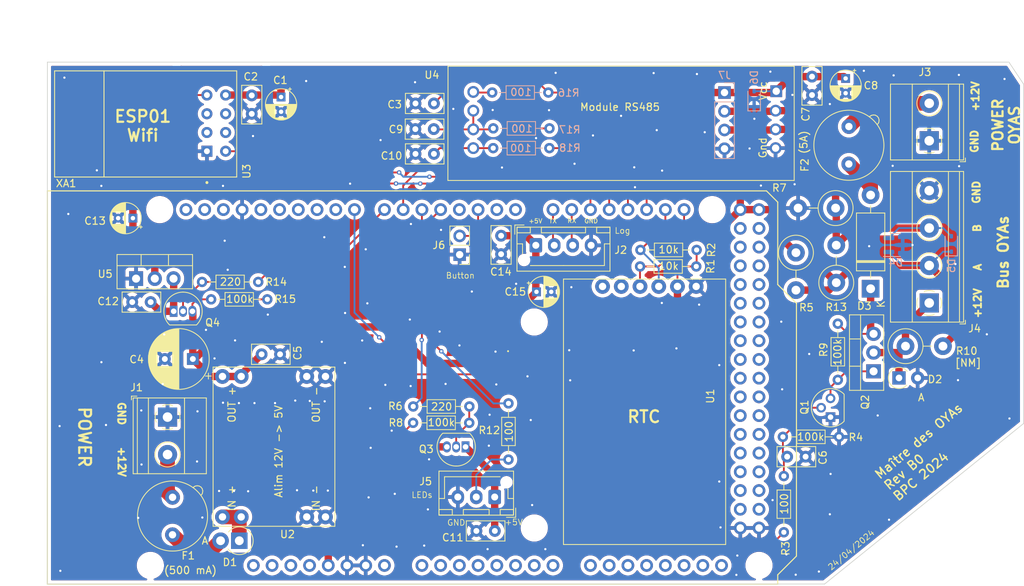
<source format=kicad_pcb>
(kicad_pcb (version 20221018) (generator pcbnew)
  (title_block (title "Commande des OYAs - Maître RS485 - \"Maître des OYAs\"") (date "2024-04-24") (rev "B0") (company "BPC") (comment 1 "Extension Wifi (ESP01)") (comment 2 "Interface LEDs RGB - Bouton - Bus RS485") (comment 3 "Alim 12V - Sortie 12 V pilotable - Bus RS485"))
  (layers (0 "F.Cu" signal) (31 "B.Cu" signal) (34 "B.Paste" user) (35 "F.Paste" user) (36 "B.SilkS" user "B.Silkscreen") (37 "F.SilkS" user "F.Silkscreen") (38 "B.Mask" user) (39 "F.Mask" user) (44 "Edge.Cuts" user))
  (net 0 "")
  (net 1 "+5V")
  (net 2 "GND")
  (net 3 "Net-(J1-Pin_2)")
  (net 4 "Net-(C6-Pad1)")
  (net 5 "Net-(D3-K)")
  (net 6 "Net-(J5-Pin_1)")
  (net 7 "Net-(J5-Pin_2)")
  (net 8 "Net-(D3-A)")
  (net 9 "Net-(Q2-G)")
  (net 10 "Net-(Q3-B)")
  (net 11 "SCL")
  (net 12 "SDA")
  (net 13 "CMD_OYAS_PWR")
  (net 14 "CMD_LEDS_PWR")
  (net 15 "DATA_LEDS")
  (net 18 "RS485_TX")
  (net 19 "TX_EN")
  (net 20 "RS485_RX")
  (net 21 "A")
  (net 22 "B")
  (net 24 "Net-(U4-DE)")
  (net 25 "Net-(U4-DI)")
  (net 26 "TEST_BTN")
  (net 27 "Net-(U4-RO)")
  (net 47 "Net-(Q4-C)")
  (net 49 "TX_LOG")
  (net 50 "RX_LOG")
  (net 88 "Net-(D1-A)")
  (net 89 "Net-(D2-K)")
  (net 90 "Net-(D1-K)")
  (net 96 "Net-(J3-Pin_2)")
  (net 97 "POWER_3.3")
  (net 98 "Net-(Q4-B)")
  (net 99 "CMD_WIFI_PWR")
  (net 100 "RX_WIFI")
  (net 103 "TX_WIFI")
  (footprint "TerminalBlock_Phoenix:TerminalBlock_Phoenix_MKDS-1,5-2-5.08_1x02_P5.08mm_Horizontal" (layer "F.Cu") (at 90.88 97.14 -90)
    (fp_text reference "J1")
    (fp_text value "POWER_12V")
  )
  (footprint "Capacitor_THT:C_Disc_D5.0mm_W2.5mm_P2.50mm" (layer "F.Cu") (at 174.92 102.51)
    (fp_text reference "C6")
    (fp_text value "100nF")
  )
  (footprint "Resistor_THT:R_Axial_DIN0204_L3.6mm_D1.6mm_P7.62mm_Horizontal" (layer "F.Cu") (at 96.79 81.17)
    (fp_text reference "R15")
    (fp_text value "100k")
  )
  (footprint "Resistor_THT:R_Axial_DIN0204_L3.6mm_D1.6mm_P7.62mm_Horizontal" (layer "F.Cu") (at 103.18 78.81 180)
    (fp_text reference "R14")
    (fp_text value "220")
  )
  (footprint "Package_TO_SOT_THT:TO-92_Inline" (layer "F.Cu") (at 131.3 101.18 180)
    (fp_text reference "Q3")
    (fp_text value "BC327")
  )
  (footprint "Capacitor_THT:C_Disc_D5.0mm_W2.5mm_P2.50mm" (layer "F.Cu") (at 88.59 81.54 180)
    (fp_text reference "C12")
    (fp_text value "100nF")
  )
  (footprint "Resistor_THT:R_Axial_DIN0204_L3.6mm_D1.6mm_P7.62mm_Horizontal" (layer "F.Cu") (at 174.47 105.14 -90)
    (fp_text reference "R3")
    (fp_text value "100")
  )
  (footprint "bpc:BPC_Mod485" (layer "F.Cu") (at 173.35 53.04 -90)
    (fp_text reference "U4")
    (fp_text value "BPC_Mod485" hide)
  )
  (footprint "Capacitor_THT:CP_Radial_D8.0mm_P3.80mm" (layer "F.Cu") (at 94.31 89.26 180)
    (fp_text reference "C4")
    (fp_text value "100µF")
  )
  (footprint "Package_TO_SOT_THT:TO-220-3_Vertical" (layer "F.Cu") (at 86.61 78.36)
    (fp_text reference "U5")
    (fp_text value "LM1117DT-3.3")
  )
  (footprint "Diode_THT:D_A-405_P2.54mm_Vertical_AnodeUp" (layer "F.Cu") (at 190.085 91.83)
    (fp_text reference "D2")
    (fp_text value "BAT42")
  )
  (footprint "Diode_THT:D_DO-15_P12.70mm_Horizontal" (layer "F.Cu") (at 186.24 79.73 90)
    (fp_text reference "D3")
    (fp_text value "SR560")
  )
  (footprint "Capacitor_THT:C_Disc_D5.0mm_W2.5mm_P2.50mm" (layer "F.Cu") (at 102.3 53.51 -90)
    (fp_text reference "C2")
    (fp_text value "100nF")
  )
  (footprint "bpc:BPC_Alim5V" (layer "F.Cu") (at 98.33 110.68 90)
    (fp_text reference "U2")
    (fp_text value "BPC_Alim5V" hide)
  )
  (footprint "bpc:BPC_RtcArduino" (layer "F.Cu") (at 162.58 79.42 -90)
    (fp_text reference "U1")
    (fp_text value "RtcArduino")
  )
  (footprint "Resistor_THT:R_Axial_DIN0414_L11.9mm_D4.5mm_P5.08mm_Vertical" (layer "F.Cu") (at 181.49 68.79 180)
    (fp_text reference "R7")
    (fp_text value "220")
  )
  (footprint "Capacitor_THT:C_Disc_D5.0mm_W2.5mm_P2.50mm" (layer "F.Cu") (at 135.27 112.58 180)
    (fp_text reference "C11")
    (fp_text value "100nF")
  )
  (footprint "Package_TO_SOT_THT:TO-92" (layer "F.Cu") (at 180.8 97.14 90)
    (fp_text reference "Q1")
    (fp_text value "BPC_2N2222A")
  )
  (footprint "Capacitor_THT:C_Disc_D5.0mm_W2.5mm_P2.50mm" (layer "F.Cu") (at 178.29 50.96 -90)
    (fp_text reference "C7")
    (fp_text value "100nF")
  )
  (footprint "Fuse:Fuseholder_TR5_Littelfuse_No560_No460" (layer "F.Cu") (at 183.28 62.81 90)
    (fp_text reference "F2")
    (fp_text value "5A")
  )
  (footprint "Diode_THT:D_DO-15_P2.54mm_Vertical_AnodeUp" (layer "F.Cu") (at 100.61 113.91 180)
    (fp_text reference "D1")
    (fp_text value "SR560")
  )
  (footprint "Package_TO_SOT_THT:TO-92_Inline" (layer "F.Cu") (at 91.71 82.79)
    (fp_text reference "Q4")
    (fp_text value "BC327")
  )
  (footprint "Resistor_THT:R_Axial_DIN0204_L3.6mm_D1.6mm_P7.62mm_Horizontal" (layer "F.Cu") (at 137.12 95.28 -90)
    (fp_text reference "R12")
    (fp_text value "100")
  )
  (footprint "Resistor_THT:R_Axial_DIN0204_L3.6mm_D1.6mm_P7.62mm_Horizontal" (layer "F.Cu") (at 181.79 84.47 -90)
    (fp_text reference "R9")
    (fp_text value "100k")
  )
  (footprint "Resistor_THT:R_Axial_DIN0204_L3.6mm_D1.6mm_P7.62mm_Horizontal" (layer "F.Cu") (at 162.64 74.47 180)
    (fp_text reference "R2")
    (fp_text value "10k")
  )
  (footprint "Package_TO_SOT_THT:TO-220-3_Vertical" (layer "F.Cu") (at 186.64 90.93 90)
    (fp_text reference "Q2")
    (fp_text value "P03P4L-04")
  )
  (footprint "bpc:BPC_Arduino_Mega2560_Shield" (layer "F.Cu") (at 74.58 119.8)
    (fp_text reference "XA1")
    (fp_text value "Arduino_Mega2560_Shield")
  )
  (footprint "Resistor_THT:R_Axial_DIN0414_L11.9mm_D4.5mm_P5.08mm_Vertical" (layer "F.Cu") (at 181.58 78.91 90)
    (fp_text reference "R13")
    (fp_text value "128")
  )
  (footprint "Capacitor_THT:CP_Radial_D4.0mm_P2.00mm" (layer "F.Cu") (at 106.28 53.727401 -90)
    (fp_text reference "C1")
    (fp_text value "10µF")
  )
  (footprint "Capacitor_THT:C_Disc_D5.0mm_W2.5mm_P2.50mm" (layer "F.Cu") (at 127.01 54.6 180)
    (fp_text reference "C3")
    (fp_text value "1nF")
  )
  (footprint "Resistor_THT:R_Axial_DIN0204_L3.6mm_D1.6mm_P7.62mm_Horizontal" (layer "F.Cu") (at 124.18 97.92)
    (fp_text reference "R8")
    (fp_text value "100k")
  )
  (footprint "bpc:BPC_XCVR_ESP8266-01_ESP-01" (layer "F.Cu") (at 87.91 57.27 90)
    (fp_text reference "U3")
    (fp_text value "BPC_ESP8266-01_ESP-01")
  )
  (footprint "Capacitor_THT:CP_Radial_D4.0mm_P2.00mm" (layer "F.Cu") (at 182.85 51.207401 -90)
    (fp_text reference "C8")
    (fp_text value "10µF")
  )
  (footprint "Capacitor_THT:C_Disc_D5.0mm_W2.5mm_P2.50mm" (layer "F.Cu") (at 136.12 72.54 -90)
    (fp_text reference "C14")
    (fp_text value "100nF")
  )
  (footprint "Capacitor_THT:C_Disc_D5.0mm_W2.5mm_P2.50mm" (layer "F.Cu") (at 103.64 88.62)
    (fp_text reference "C5")
    (fp_text value "100nF")
  )
  (footprint "TerminalBlock_Phoenix:TerminalBlock_Phoenix_MKDS-1,5-2-5.08_1x02_P5.08mm_Horizontal" (layer "F.Cu") (at 194.19 59.66 90)
    (fp_text reference "J3")
    (fp_text value "POWER_OYAS_12V")
  )
  (footprint "Resistor_THT:R_Axial_DIN0414_L11.9mm_D4.5mm_P5.08mm_Vertical" (layer "F.Cu") (at 176.11 74.84 -90)
    (fp_text reference "R5")
    (fp_text value "220")
  )
  (footprint "Connector_PinHeader_2.54mm:PinHeader_1x02_P2.54mm_Vertical" (layer "F.Cu") (at 130.5 75.105 180)
    (fp_text reference "J6")
    (fp_text value "Button")
  )
  (footprint "Capacitor_THT:C_Disc_D5.0mm_W2.5mm_P2.50mm" (layer "F.Cu") (at 126.99 58.08 180)
    (fp_text reference "C9")
    (fp_text value "1nF")
  )
  (footprint "Capacitor_THT:CP_Radial_D4.0mm_P2.00mm" (layer "F.Cu") (at 86.18 70.16 180)
    (fp_text reference "C13")
    (fp_text value "10µF")
  )
  (footprint "Capacitor_THT:C_Disc_D5.0mm_W2.5mm_P2.50mm" (layer "F.Cu") (at 127.01 61.44 180)
    (fp_text reference "C10")
    (fp_text value "1nF")
  )
  (footprint "Connector_JST:JST_XH_B3B-XH-AM_1x03_P2.50mm_Vertical" (layer "F.Cu") (at 135.25 107.98 180)
    (fp_text reference "J5")
    (fp_text value "Leds RGB")
  )
  (footprint "Resistor_THT:R_Axial_DIN0204_L3.6mm_D1.6mm_P7.62mm_Horizontal" (layer "F.Cu") (at 162.59 76.71 180)
    (fp_text reference "R1")
    (fp_text value "10k")
  )
  (footprint "Capacitor_THT:CP_Radial_D4.0mm_P2.00mm" (layer "F.Cu") (at 140.92 80.15)
    (fp_text reference "C15")
    (fp_text value "10µF")
  )
  (footprint "Connector_JST:JST_XH_B4B-XH-AM_1x04_P2.50mm_Vertical" (layer "F.Cu") (at 140.83 73.84)
    (fp_text reference "J2")
    (fp_text value "Log")
  )
  (footprint "Resistor_THT:R_Axial_DIN0414_L11.9mm_D4.5mm_P5.08mm_Vertical" (layer "F.Cu") (at 190.97 87.52)
    (fp_text reference "R10")
    (fp_text value "R")
  )
  (footprint "TerminalBlock_Phoenix:TerminalBlock_Phoenix_MKDS-1,5-4-5.08_1x04_P5.08mm_Horizontal" (layer "F.Cu") (at 194.19 81.66 90)
    (fp_text reference "J4")
    (fp_text value "BUS_OYAS")
  )
  (footprint "Resistor_THT:R_Axial_DIN0204_L3.6mm_D1.6mm_P7.62mm_Horizontal" (layer "F.Cu") (at 174.34 99.82)
    (fp_text reference "R4")
    (fp_text value "100k")
  )
  (footprint "Fuse:Fuseholder_TR5_Littelfuse_No560_No460" (layer "F.Cu") (at 91.55 113.1 90)
    (fp_text reference "F1")
    (fp_text value "500 mA")
  )
  (footprint "Resistor_THT:R_Axial_DIN0204_L3.6mm_D1.6mm_P7.62mm_Horizontal" (layer "F.Cu") (at 124.2 95.7)
    (fp_text reference "R6")
    (fp_text value "220")
  )
  (footprint "Resistor_THT:R_Axial_DIN0204_L3.6mm_D1.6mm_P7.62mm_Horizontal" (layer "B.Cu") (at 134.91 53.12)
    (fp_text reference "R16")
    (fp_text value "100")
  )
  (footprint "Connector_PinHeader_2.54mm:PinHeader_1x04_P2.54mm_Vertical" (layer "B.Cu") (at 166.42 53.12 180)
    (fp_text reference "J7")
    (fp_text value "Adapt BUS")
  )
  (footprint "Resistor_THT:R_Axial_DIN0204_L3.6mm_D1.6mm_P7.62mm_Horizontal" (layer "B.Cu") (at 135.06 57.98)
    (fp_text reference "R17")
    (fp_text value "100")
  )
  (footprint "Package_TO_SOT_SMD:SOT-23" (layer "B.Cu") (at 189.6525 73.8)
    (fp_text reference "D4")
    (fp_text value "SM712_SOT23")
  )
  (footprint "Diode_SMD:D_SOD-323" (layer "B.Cu") (at 170.44 53.99 90)
    (fp_text reference "D6")
    (fp_text value "SD12_SOD323")
  )
  (footprint "Resistor_THT:R_Axial_DIN0204_L3.6mm_D1.6mm_P7.62mm_Horizontal" (layer "B.Cu") (at 135.05 60.66)
    (fp_text reference "R18")
    (fp_text value "100")
  )
  (footprint "Diode_SMD:D_SOD-323" (layer "B.Cu") (at 197.19 73.66 90)
    (fp_text reference "D5")
    (fp_text value "SD12_SOD323")
  )
  (gr_line (start 74.57 119.78) (end 74.58 49) (stroke (width 0.1)) (layer "Edge.Cuts"))
  (gr_line (start 180 119.78) (end 207 98) (stroke (width 0.1)) (layer "Edge.Cuts"))
  (gr_line (start 207 52) (end 205 49) (stroke (width 0.1)) (layer "Edge.Cuts"))
  (gr_line (start 207 52) (end 207 98) (stroke (width 0.1)) (layer "Edge.Cuts"))
  (gr_line (start 74.58 49) (end 205 49) (stroke (width 0.1)) (layer "Edge.Cuts"))
  (gr_line (start 74.57 119.78) (end 180 119.78) (stroke (width 0.1)) (layer "Edge.Cuts"))
  (gr_text "RX" (at 145.07 70.86) (layer "F.SilkS") (effects (font (size 0.6 0.6) (thickness 0.1)) (justify left bottom)))
  (gr_text "POWER" (at 78.69 99.84 270) (layer "F.SilkS") (effects (font (size 1.6 1.6) (thickness 0.3) bold) (justify bottom)))
  (gr_text "GND" (at 128.75 111.92) (layer "F.SilkS") (effects (font (size 0.8 0.8) (thickness 0.1)) (justify left bottom)))
  (gr_text "[NM]" (at 199.47 89.78) (layer "F.SilkS") (effects (font (size 1 1))))
  (gr_text "ESP01\nWifi" (at 87.53 59.87) (layer "F.SilkS") (effects (font (size 1.6 1.6) (thickness 0.3) bold) (justify bottom)))
  (gr_text "RTC" (at 155.49 98.03) (layer "F.SilkS") (effects (font (size 1.6 1.6) (thickness 0.3) bold) (justify bottom)))
  (gr_text "GND" (at 201.17 68.33 90) (layer "F.SilkS") (effects (font (size 1 1) (thickness 0.25) bold) (justify left bottom)))
  (gr_text "GND" (at 84.05 94.98 -90) (layer "F.SilkS") (effects (font (size 1 1) (thickness 0.25) bold) (justify left bottom)))
  (gr_text "B" (at 201.28 72.17 90) (layer "F.SilkS") (effects (font (size 1 1) (thickness 0.25) bold) (justify left bottom)))
  (gr_text "TX" (at 142.57 70.9) (layer "F.SilkS") (effects (font (size 0.6 0.6) (thickness 0.1)) (justify left bottom)))
  (gr_text "Bus OYAs" (at 205.04 79.92 90) (layer "F.SilkS") (effects (font (size 1.4 1.4) (thickness 0.3) bold) (justify left bottom)))
  (gr_text "24/04/2024" (at 180.89 118.05 40) (layer "F.SilkS") (effects (font (size 0.8 0.8) (thickness 0.1)) (justify left bottom)))
  (gr_text "A" (at 201.34 77.4 90) (layer "F.SilkS") (effects (font (size 1 1) (thickness 0.25) bold) (justify left bottom)))
  (gr_text "Maître des OYAs\nRev B0\nBPC 2024" (at 189.94 108.74 40) (layer "F.SilkS") (effects (font (size 1.2 1.2) (thickness 0.2)) (justify left bottom)))
  (gr_text "(5A)" (at 177.16 59.86 90) (layer "F.SilkS") (effects (font (size 1 1))))
  (gr_text "+5V" (at 139.81 70.9) (layer "F.SilkS") (effects (font (size 0.6 0.6) (thickness 0.1)) (justify left bottom)))
  (gr_text "POWER\nOYAS" (at 206.57 57.54 90) (layer "F.SilkS") (effects (font (size 1.4 1.4) (thickness 0.3) bold) (justify bottom)))
  (gr_text "+12V" (at 201.03 55.79 90) (layer "F.SilkS") (effects (font (size 1 1) (thickness 0.25) bold) (justify left bottom)))
  (gr_text "LEDs" (at 123.92 108.17) (layer "F.SilkS") (effects (font (size 0.8 0.8) (thickness 0.1)) (justify left bottom)))
  (gr_text "Log" (at 151.47 72.32) (layer "F.SilkS") (effects (font (size 0.8 0.8) (thickness 0.1)) (justify left bottom)))
  (gr_text "+12V" (at 84.08 101.04 -90) (layer "F.SilkS") (effects (font (size 1 1) (thickness 0.25) bold) (justify left bottom)))
  (gr_text "Button" (at 128.58 78.41) (layer "F.SilkS") (effects (font (size 0.8 0.8) (thickness 0.1)) (justify left bottom)))
  (gr_text "GND" (at 147.35 70.89) (layer "F.SilkS") (effects (font (size 0.6 0.6) (thickness 0.1)) (justify left bottom)))
  (gr_text "(500 mA)" (at 93.98 117.92) (layer "F.SilkS") (effects (font (size 1 1))))
  (gr_text "+5V" (at 136.56 111.87) (layer "F.SilkS") (effects (font (size 0.8 0.8) (thickness 0.1)) (justify left bottom)))
  (gr_text "+12V" (at 201.34 83.86 90) (layer "F.SilkS") (effects (font (size 1 1) (thickness 0.25) bold) (justify left bottom)))
  (gr_text "GND" (at 200.91 61.43 90) (layer "F.SilkS") (effects (font (size 1 1) (thickness 0.25) bold) (justify left bottom)))
  (segment (start 112.68 84.89) (end 112.7 84.91) (width 1) (layer "F.Cu") (net 1))
  (segment (start 94.56 89.26) (end 94.31 89.26) (width 1) (layer "F.Cu") (net 1))
  (segment (start 121.19 84.91) (end 126.14 89.86) (width 1) (layer "F.Cu") (net 1))
  (segment (start 94.86 81.17) (end 96.79 81.17) (width 0.25) (layer "F.Cu") (net 1))
  (segment (start 155.03 89.86) (end 161.22 89.86) (width 1) (layer "F.Cu") (net 1))
  (segment (start 139.53 72.54) (end 140.83 73.84) (width 1) (layer "F.Cu") (net 1))
  (segment (start 161.46 55.38) (end 163.72 53.12) (width 1) (layer "F.Cu") (net 1))
  (segment (start 100.87 91.63) (end 100.87 91.39) (width 1) (layer "F.Cu") (net 1))
  (segment (start 161.14 76.71) (end 160.04 77.81) (width 0.25) (layer "F.Cu") (net 1))
  (segment (start 116.54 111.55) (end 116.54 96.76) (width 1) (layer "F.Cu") (net 1))
  (segment (start 166.42 53.12) (end 173.26 53.12) (width 1) (layer "F.Cu") (net 1))
  (segment (start 176.11 74.84) (end 173.85 72.58) (width 1) (layer "F.Cu") (net 1))
  (segment (start 165.66 85.42) (end 165.66 71.9) (width 1) (layer "F.Cu") (net 1))
  (segment (start 100.87 91.39) (end 103.64 88.62) (width 1) (layer "F.Cu") (net 1))
  (segment (start 112.68 115.23) (end 112.86 115.23) (width 1) (layer "F.Cu") (net 1))
  (segment (start 155.03 89.86) (end 160.04 84.85) (width 1) (layer "F.Cu") (net 1))
  (segment (start 182.602599 50.96) (end 182.85 51.207401) (width 1) (layer "F.Cu") (net 1))
  (segment (start 160.04 77.81) (end 160.04 79.42) (width 0.25) (layer "F.Cu") (net 1))
  (segment (start 94.25 81.78) (end 94.86 81.17) (width 0.25) (layer "F.Cu") (net 1))
  (segment (start 98.33 91.63) (end 96.68 91.63) (width 1) (layer "F.Cu") (net 1))
  (segment (start 175.42 50.96) (end 173.44 52.94) (width 1) (layer "F.Cu") (net 1))
  (segment (start 98.93 84.89) (end 94.56 89.26) (width 1) (layer "F.Cu") (net 1))
  (segment (start 162.59 76.71) (end 161.14 76.71) (width 0.25) (layer "F.Cu") (net 1))
  (segment (start 112.7 84.91) (end 121.19 84.91) (width 1) (layer "F.Cu") (net 1))
  (segment (start 165.66 71.9) (end 168.56 69) (width 1) (layer "F.Cu") (net 1))
  (segment (start 131.27 89.86) (end 155.03 89.86) (width 1) (layer "F.Cu") (net 1))
  (segment (start 160.04 84.85) (end 160.04 79.42) (width 1) (layer "F.Cu") (net 1))
  (segment (start 116.54 96.76) (end 116.54 88.75) (width 1) (layer "F.Cu") (net 1))
  (segment (start 140.83 80.06) (end 140.92 80.15) (width 1) (layer "F.Cu") (net 1))
  (segment (start 168.56 67.24) (end 166.16 64.84) (width 1) (layer "F.Cu") (net 1))
  (segment (start 140.83 73.84) (end 140.83 80.06) (width 1) (layer "F.Cu") (net 1))
  (segment (start 161.22 89.86) (end 165.66 85.42) (width 1) (layer "F.Cu") (net 1))
  (segment (start 94.31 89.26) (end 94.31 82.85) (width 1) (layer "F.Cu") (net 1))
  (segment (start 100.87 91.63) (end 98.33 91.63) (width 1) (layer "F.Cu") (net 1))
  (segment (start 126.14 89.86) (end 131.27 89.86) (width 1) (layer "F.Cu") (net 1))
  (segment (start 173.26 53.12) (end 173.44 52.94) (width 1) (layer "F.Cu") (net 1))
  (segment (start 162.64 76.66) (end 162.59 76.71) (width 0.25) (layer "F.Cu") (net 1))
  (segment (start 172.65 69) (end 171.1 69) (width 1) (layer "F.Cu") (net 1))
  (segment (start 163.72 53.12) (end 166.42 53.12) (width 1) (layer "F.Cu") (net 1))
  (segment (start 178.29 50.96) (end 182.602599 50.96) (width 1) (layer "F.Cu") (net 1))
  (segment (start 131.27 89.8) (end 131.27 89.86) (width 1) (layer "F.Cu") (net 1))
  (segment (start 124.18 97.92) (end 121.41 100.69) (width 0.25) (layer "F.Cu") (net 1))
  (segment (start 163.55 64.84) (end 161.46 62.75) (width 1) (layer "F.Cu") (net 1))
  (segment (start 112.68 84.89) (end 98.93 84.89) (width 1) (layer "F.Cu") (net 1))
  (segment (start 168.56 69) (end 168.56 67.24) (width 1) (layer "F.Cu") (net 1))
  (segment (start 94.31 82.85) (end 94.25 82.79) (width 1) (layer "F.Cu") (net 1))
  (segment (start 121.41 100.69) (end 121.41 101.18) (width 0.25) (layer "F.Cu") (net 1))
  (segment (start 168.56 69) (end 171.1 69) (width 1) (layer "F.Cu") (net 1))
  (segment (start 173.85 72.58) (end 173.85 70.2) (width 1) (layer "F.Cu") (net 1))
  (segment (start 140.92 80.15) (end 131.27 89.8) (width 1) (layer "F.Cu") (net 1))
  (segment (start 96.68 91.63) (end 94.31 89.26) (width 1) (layer "F.Cu") (net 1))
  (segment (start 120.96 101.18) (end 116.54 96.76) (width 1) (layer "F.Cu") (net 1))
  (segment (start 162.64 74.47) (end 162.64 76.66) (width 0.25) (layer "F.Cu") (net 1))
  (segment (start 178.29 50.96) (end 175.42 50.96) (width 1) (layer "F.Cu") (net 1))
  (segment (start 128.76 101.18) (end 121.41 101.18) (width 1) (layer "F.Cu") (net 1))
  (segment (start 112.86 115.23) (end 116.54 111.55) (width 1) (layer "F.Cu") (net 1))
  (segment (start 161.46 62.75) (end 161.46 55.38) (width 1) (layer "F.Cu") (net 1))
  (segment (start 121.41 101.18) (end 120.96 101.18) (width 1) (layer "F.Cu") (net 1))
  (segment (start 166.16 64.84) (end 163.55 64.84) (width 1) (layer "F.Cu") (net 1))
  (segment (start 116.54 88.75) (end 112.68 84.89) (width 1) (layer "F.Cu") (net 1))
  (segment (start 173.85 70.2) (end 172.65 69) (width 1) (layer "F.Cu") (net 1))
  (segment (start 94.25 82.79) (end 94.25 81.78) (width 0.25) (layer "F.Cu") (net 1))
  (segment (start 136.12 72.54) (end 139.53 72.54) (width 1) (layer "F.Cu") (net 1))
  (segment (start 112.68 117.26) (end 112.68 115.23) (width 1) (layer "F.Cu") (net 1))
  (segment (start 170.44 52.94) (end 173.44 52.94) (width 0.25) (layer "B.Cu") (net 1))
  (via (at 180.71 110.32) (size 0.6) (drill 0.3) (layers "F.Cu" "B.Cu") (net 2))
  (via (at 123.74 83.91) (size 0.6) (drill 0.3) (layers "F.Cu" "B.Cu") (net 2))
  (via (at 180.71 54.68) (size 0.6) (drill 0.3) (layers "F.Cu" "B.Cu") (net 2))
  (via (at 117.28 86.75) (size 0.6) (drill 0.3) (layers "F.Cu" "B.Cu") (net 2))
  (via (at 157.23 58.22) (size 0.6) (drill 0.3) (layers "F.Cu" "B.Cu") (net 2))
  (via (at 94.94 96.36) (size 0.6) (drill 0.3) (layers "F.Cu" "B.Cu") (net 2))
  (via (at 175.93 65.56) (size 0.6) (drill 0.3) (layers "F.Cu" "B.Cu") (net 2))
  (via (at 110.17 94.95) (size 0.6) (drill 0.3) (layers "F.Cu" "B.Cu") (net 2))
  (via (at 108.44 107.06) (size 0.6) (drill 0.3) (layers "F.Cu" "B.Cu") (net 2))
  (via (at 115.64 65.48) (size 0.6) (drill 0.3) (layers "F.Cu" "B.Cu") (net 2))
  (via (at 117.76 74.38) (size 0.6) (drill 0.3) (layers "F.Cu" "B.Cu") (net 2))
  (via (at 179.22 118.09) (size 0.6) (drill 0.3) (layers "F.Cu" "B.Cu") (net 2))
  (via (at 81.29 63.67) (size 0.6) (drill 0.3) (layers "F.Cu" "B.Cu") (net 2))
  (via (at 101.81 107.2) (size 0.6) (drill 0.3) (layers "F.Cu" "B.Cu") (net 2))
  (via (at 98.4 65.78) (size 0.6) (drill 0.3) (layers "F.Cu" "B.Cu") (net 2))
  (via (at 117.37 114.52) (size 0.6) (drill 0.3) (layers "F.Cu" "B.Cu") (net 2))
  (via (at 127.78 85.54) (size 0.6) (drill 0.3) (layers "F.Cu" "B.Cu") (net 2))
  (via (at 198.24 63.11) (size 0.6) (drill 0.3) (layers "F.Cu" "B.Cu") (net 2))
  (via (at 87.32 96.24) (size 0.6) (drill 0.3) (layers "F.Cu" "B.Cu") (net 2))
  (via (at 127.97 71.75) (size 0.6) (drill 0.3) (layers "F.Cu" "B.Cu") (net 2))
  (via (at 159.9 87.82) (size 0.6) (drill 0.3) (layers "F.Cu" "B.Cu") (net 2))
  (via (at 189.23 63.06) (size 0.6) (drill 0.3) (layers "F.Cu" "B.Cu") (net 2))
  (via (at 99.89 107.16) (size 0.6) (drill 0.3) (layers "F.Cu" "B.Cu") (net 2))
  (via (at 174.24 93.37) (size 0.6) (drill 0.3) (layers "F.Cu" "B.Cu") (net 2))
  (via (at 154.18 63.26) (size 0.6) (drill 0.3) (layers "F.Cu" "B.Cu") (net 2))
  (via (at 112.62 107.11) (size 0.6) (drill 0.3) (layers "F.Cu" "B.Cu") (net 2))
  (via (at 102.67 95.24) (size 0.6) (drill 0.3) (layers "F.Cu" "B.Cu") (net 2))
  (via (at 139.7 91.61) (size 0.6) (drill 0.3) (layers "F.Cu" "B.Cu") (net 2))
  (via (at 98.63 73.22) (size 0.6) (drill 0.3) (layers "F.Cu" "B.Cu") (net 2))
  (via (at 169.82 60.71) (size 0.6) (drill 0.3) (layers "F.Cu" "B.Cu") (net 2))
  (via (at 98.4 95.19) (size 0.6) (drill 0.3) (layers "F.Cu" "B.Cu") (net 2))
  (via (at 76.89 51.1) (size 0.6) (drill 0.3) (layers "F.Cu" "B.Cu") (net 2))
  (via (at 145.49 92.15) (size 0.6) (drill 0.3) (layers "F.Cu" "B.Cu") (net 2))
  (via (at 129.64 55.34) (size 0.6) (drill 0.3) (layers "F.Cu" "B.Cu") (net 2))
  (via (at 111.8 86.93) (size 0.6) (drill 0.3) (layers "F.Cu" "B.Cu") (net 2))
  (via (at 174.12 84.2) (size 0.6) (drill 0.3) (layers "F.Cu" "B.Cu") (net 2))
  (via (at 118.37 95.94) (size 0.6) (drill 0.3) (layers "F.Cu" "B.Cu") (net 2))
  (via (at 177.91 88.58) (size 0.6) (drill 0.3) (layers "F.Cu" "B.Cu") (net 2))
  (via (at 202 85.91) (size 0.6) (drill 0.3) (layers "F.Cu" "B.Cu") (net 2))
  (via (at 114.96 83.02) (size 0.6) (drill 0.3) (layers "F.Cu" "B.Cu") (net 2))
  (via (at 121.94 114.71) (size 0.6) (drill 0.3) (layers "F.Cu" "B.Cu") (net 2))
  (via (at 126.19 109.66) (size 0.6) (drill 0.3) (layers "F.Cu" "B.Cu") (net 2))
  (via (at 205.07 97.33) (size 0.6) (drill 0.3) (layers "F.Cu" "B.Cu") (net 2))
  (via (at 123.85 92.93) (size 0.6) (drill 0.3) (layers "F.Cu" "B.Cu") (net 2))
  (via (at 90.43 85.93) (size 0.6) (drill 0.3) (layers "F.Cu" "B.Cu") (net 2))
  (via (at 76.24 98.36) (size 0.6) (drill 0.3) (layers "F.Cu" "B.Cu") (net 2))
  (via (at 109.68 51.56) (size 0.6) (drill 0.3) (layers "F.Cu" "B.Cu") (net 2))
  (via (at 168.03 118.54) (size 0.6) (drill 0.3) (layers "F.Cu" "B.Cu") (net 2))
  (via (at 174.82 115.76) (size 0.6) (drill 0.3) (layers "F.Cu" "B.Cu") (net 2))
  (via (at 135.36 88.26) (size 0.6) (drill 0.3) (layers "F.Cu" "B.Cu") (net 2))
  (via (at 82.53 98.21) (size 0.6) (drill 0.3) (layers "F.Cu" "B.Cu") (net 2))
  (via (at 186.04 73.96) (size 0.6) (drill 0.3) (layers "F.Cu" "B.Cu") (net 2))
  (via (at 102.47 59.02) (size 0.6) (drill 0.3) (layers "F.Cu" "B.Cu") (net 2))
  (via (at 162.98 81.89) (size 0.6) (drill 0.3) (layers "F.Cu" "B.Cu") (net 2))
  (via (at 95.6 110.76) (size 0.6) (drill 0.3) (layers "F.Cu" "B.Cu") (net 2))
  (via (at 148.58 58.94) (size 0.6) (drill 0.3) (layers "F.Cu" "B.Cu") (net 2))
  (via (at 185.32 50.17) (size 0.6) (drill 0.3) (layers "F.Cu" "B.Cu") (net 2))
  (via (at 142.62 55.51) (size 0.6) (drill 0.3) (layers "F.Cu" "B.Cu") (net 2))
  (via (at 97.25 89.18) (size 0.6) (drill 0.3) (layers "F.Cu" "B.Cu") (net 2))
  (via (at 198.09 92.13) (size 0.6) (drill 0.3) (layers "F.Cu" "B.Cu") (net 2))
  (via (at 128.59 92.64) (size 0.6) (drill 0.3) (layers "F.Cu" "B.Cu") (net 2))
  (via (at 188.74 111.06) (size 0.6) (drill 0.3) (layers "F.Cu" "B.Cu") (net 2))
  (via (at 197.74 76.38) (size 0.6) (drill 0.3) (layers "F.Cu" "B.Cu") (net 2))
  (via (at 96.09 85.31) (size 0.6) (drill 0.3) (layers "F.Cu" "B.Cu") (net 2))
  (via (at 138.16 79.06) (size 0.6) (drill 0.3) (layers "F.Cu" "B.Cu") (net 2))
  (via (at 104.48 83.24) (size 0.6) (drill 0.3) (layers "F.Cu" "B.Cu") (net 2))
  (via (at 134.29 115.05) (size 0.6) (drill 0.3) (layers "F.Cu" "B.Cu") (net 2))
  (via (at 152.39 56.28) (size 0.6) (drill 0.3) (layers "F.Cu" "B.Cu") (net 2))
  (via (at 134.98 55.49) (size 0.6) (drill 0.3) (layers "F.Cu" "B.Cu") (net 2))
  (via (at 154.1 88.1) (size 0.6) (drill 0.3) (layers "F.Cu" "B.Cu") (net 2))
  (via (at 154.28 65.96) (size 0.6) (drill 0.3) (layers "F.Cu" "B.Cu") (net 2))
  (via (at 97.87 107.16) (size 0.6) (drill 0.3) (layers "F.Cu" "B.Cu") (net 2))
  (via (at 156.81 50.48) (size 0.6) (drill 0.3) (layers "F.Cu" "B.Cu") (net 2))
  (via (at 108.2 94.9) (size 0.6) (drill 0.3) (layers "F.Cu" "B.Cu") (net 2))
  (via (at 114.92 76.77) (size 0.6) (drill 0.3) (layers "F.Cu" "B.Cu") (net 2))
  (via (at 163.74 58.5) (size 0.6) (drill 0.3) (layers "F.Cu" "B.Cu") (net 2))
  (via (at 146.08 62.78) (size 0.6) (drill 0.3) (layers "F.Cu" "B.Cu") (net 2))
  (via (at 132.15 80.11) (size 0.6) (drill 0.3) (layers "F.Cu" "B.Cu") (net 2))
  (via (at 124.45 51.72) (size 0.6) (drill 0.3) (layers "F.Cu" "B.Cu") (net 2))
  (via (at 105.46 95.24) (size 0.6) (drill 0.3) (layers "F.Cu" "B.Cu") (net 2))
  (via (at 136.24 63.29) (size 0.6) (drill 0.3) (layers "F.Cu" "B.Cu") (net 2))
  (via (at 100.56 95.24) (size 0.6) (drill 0.3) (layers "F.Cu" "B.Cu") (net 2))
  (via (at 180.81 104.85) (size 0.6) (drill 0.3) (layers "F.Cu" "B.Cu") (net 2))
  (via (at 134.46 101.02) (size 0.6) (drill 0.3) (layers "F.Cu" "B.Cu") (net 2))
  (via (at 176.08 118.52) (size 0.6) (drill 0.3) (layers "F.Cu" "B.Cu") (net 2))
  (via (at 191.92 73.8) (size 0.6) (drill 0.3) (layers "F.Cu" "B.Cu") (net 2))
  (via (at 204.4 51.28) (size 0.6) (drill 0.3) (layers "F.Cu" "B.Cu") (net 2))
  (via (at 123.89 70.95) (size 0.6) (drill 0.3) (layers "F.Cu" "B.Cu") (net 2))
  (via (at 171.36 65.74) (size 0.6) (drill 0.3) (layers "F.Cu" "B.Cu") (net 2))
  (via (at 170.47 56.68) (size 0.6) (drill 0.3) (layers "F.Cu" "B.Cu") (net 2))
  (via (at 99.04 77.16) (size 0.6) (drill 0.3) (layers "F.Cu" "B.Cu") (net 2))
  (via (at 90.23 92.66) (size 0.6) (drill 0.3) (layers "F.Cu" "B.Cu") (net 2))
  (via (at 187.2 96.92) (size 0.6) (drill 0.3) (layers "F.Cu" "B.Cu") (net 2))
  (via (at 76.34 117.99) (size 0.6) (drill 0.3) (layers "F.Cu" "B.Cu") (net 2))
  (via (at 81.9 65.78) (size 0.6) (drill 0.3) (layers "F.Cu" "B.Cu") (net 2))
  (via (at 140.14 97.54) (size 0.6) (drill 0.3) (layers "F.Cu" "B.Cu") (net 2))
  (via (at 120.42 92.77) (size 0.6) (drill 0.3) (layers "F.Cu" "B.Cu") (net 2))
  (via (at 110.65 107.11) (size 0.6) (drill 0.3) (layers "F.Cu" "B.Cu") (net 2))
  (via (at 117.98 81.71) (size 0.6) (drill 0.3) (layers "F.Cu" "B.Cu") (net 2))
  (via (at 135.47 92.71) (size 0.6) (drill 0.3) (layers "F.Cu" "B.Cu") (net 2))
  (via (at 125.69 114.57) (size 0.6) (drill 0.3) (layers "F.Cu" "B.Cu") (net 2))
  (via (at 130.47 87.42) (size 0.6) (drill 0.3) (layers "F.Cu" "B.Cu") (net 2))
  (via (at 118.15 108.03) (size 0.6) (drill 0.3) (layers "F.Cu" "B.Cu") (net 2))
  (via (at 94.88 103.16) (size 0.6) (drill 0.3) (layers "F.Cu" "B.Cu") (net 2))
  (via (at 142.12 115.05) (size 0.6) (drill 0.3) (layers "F.Cu" "B.Cu") (net 2))
  (via (at 145.65 79.52) (size 0.6) (drill 0.3) (layers "F.Cu" "B.Cu") (net 2))
  (via (at 77.42 69.59) (size 0.6) (drill 0.3) (layers "F.Cu" "B.Cu") (net 2))
  (via (at 112.14 72.74) (size 0.6) (drill 0.3) (layers "F.Cu" "B.Cu") (net 2))
  (via (at 140.86 59.3) (size 0.6) (drill 0.3) (layers "F.Cu" "B.Cu") (net 2))
  (via (at 134.56 96.82) (size 0.6) (drill 0.3) (layers "F.Cu" "B.Cu") (net 2))
  (via (at 126.35 102.87) (size 0.6) (drill 0.3) (layers "F.Cu" "B.Cu") (net 2))
  (via (at 119.77 59.57) (size 0.6) (drill 0.3) (layers "F.Cu" "B.Cu") (net 2))
  (via (at 121.28 98.98) (size 0.6) (drill 0.3) (layers "F.Cu" "B.Cu") (net 2))
  (via (at 87.35 103.57) (size 0.6) (drill 0.3) (layers "F.Cu" "B.Cu") (net 2))
  (via (at 143.52 50.45) (size 0.6) (drill 0.3) (layers "F.Cu" "B.Cu") (net 2))
  (via (at 145.36 88.07) (size 0.6) (drill 0.3) (layers "F.Cu" "B.Cu") (net 2))
  (via (at 114.94 89.79) (size 0.6) (drill 0.3) (layers "F.Cu" "B.Cu") (net 2))
  (via (at 172.64 50.29) (size 0.6) (drill 0.3) (layers "F.Cu" "B.Cu") (net 2))
  (via (at 121.7 107.55) (size 0.6) (drill 0.3) (layers "F.Cu" "B.Cu") (net 2))
  (via (at 198.21 50.73) (size 0.6) (drill 0.3) (layers "F.Cu" "B.Cu") (net 2))
  (via (at 100.04 86.74) (size 0.6) (drill 0.3) (layers "F.Cu" "B.Cu") (net 2))
  (via (at 165.71 90.09) (size 0.6) (drill 0.3) (layers "F.Cu" "B.Cu") (net 2))
  (via (at 189.36 50.79) (size 0.6) (drill 0.3) (layers "F.Cu" "B.Cu") (net 2))
  (via (at 168.16 115.92) (size 0.6) (drill 0.3) (layers "F.Cu" "B.Cu") (net 2))
  (via (at 172.94 108.4) (size 0.6) (drill 0.3) (layers "F.Cu" "B.Cu") (net 2))
  (via (at 140.33 109.07) (size 0.6) (drill 0.3) (layers "F.Cu" "B.Cu") (net 2))
  (via (at 157.96 63.71) (size 0.6) (drill 0.3) (layers "F.Cu" "B.Cu") (net 2))
  (via (at 81.91 89.69) (size 0.6) (drill 0.3) (layers "F.Cu" "B.Cu") (net 2))
  (via (at 157.92 81.66) (size 0.6) (drill 0.3) (layers "F.Cu" "B.Cu") (net 2))
  (via (at 118.43 101.31) (size 0.6) (drill 0.3) (layers "F.Cu" "B.Cu") (net 2))
  (via (at 165.88 112.1) (size 0.6) (drill 0.3) (layers "F.Cu" "B.Cu") (net 2))
  (via (at 162.68 50.61) (size 0.6) (drill 0.3) (layers "F.Cu" "B.Cu") (net 2))
  (via (at 175.63 53.44) (size 0.6) (drill 0.3) (layers "F.Cu" "B.Cu") (net 2))
  (via (at 86.9 110.81) (size 0.6) (drill 0.3) (layers "F.Cu" "B.Cu") (net 2))
  (via (at 112.19 95) (size 0.6) (drill 0.3) (layers "F.Cu" "B.Cu") (net 2))
  (via (at 165.71 105.88) (size 0.6) (drill 0.3) (layers "F.Cu" "B.Cu") (net 2))
  (segment (start 170.47 55.07) (end 170.44 55.04) (width 0.25) (layer "B.Cu") (net 2))
  (segment (start 190.59 73.8) (end 191.92 73.8) (width 0.25) (layer "B.Cu") (net 2))
  (segment (start 170.47 56.68) (end 170.47 55.07) (width 0.25) (layer "B.Cu") (net 2))
  (segment (start 90.88 102.22) (end 90.88 107.34) (width 2) (layer "F.Cu") (net 3))
  (segment (start 90.88 107.34) (end 91.56 108.02) (width 2) (layer "F.Cu") (net 3))
  (segment (start 174.34 99.82) (end 174.34 101.93) (width 0.25) (layer "F.Cu") (net 4))
  (segment (start 179.53 95.87) (end 178.29 95.87) (width 0.25) (layer "F.Cu") (net 4))
  (segment (start 174.47 105.14) (end 174.47 102.96) (width 0.25) (layer "F.Cu") (net 4))
  (segment (start 174.34 101.93) (end 174.92 102.51) (width 0.25) (layer "F.Cu") (net 4))
  (segment (start 174.47 102.96) (end 174.92 102.51) (width 0.25) (layer "F.Cu") (net 4))
  (segment (start 178.29 95.87) (end 174.34 99.82) (width 0.25) (layer "F.Cu") (net 4))
  (segment (start 186.64 85.85) (end 183.17 85.85) (width 0.25) (layer "F.Cu") (net 5))
  (segment (start 186.24 79.73) (end 186.24 85.45) (width 1) (layer "F.Cu") (net 5))
  (segment (start 186.24 85.45) (end 186.64 85.85) (width 1) (layer "F.Cu") (net 5))
  (segment (start 183.17 85.85) (end 181.79 84.47) (width 0.25) (layer "F.Cu") (net 5))
  (segment (start 135.25 107.98) (end 135.25 105.13) (width 1) (layer "F.Cu") (net 6))
  (segment (start 135.25 112.56) (end 135.27 112.58) (width 1) (layer "F.Cu") (net 6))
  (segment (start 135.25 107.98) (end 135.25 112.56) (width 1) (layer "F.Cu") (net 6))
  (segment (start 135.25 105.13) (end 131.3 101.18) (width 1) (layer "F.Cu") (net 6))
  (segment (start 132.75 104.97) (end 134.82 102.9) (width 0.25) (layer "B.Cu") (net 7))
  (segment (start 132.75 107.98) (end 132.75 104.97) (width 0.25) (layer "B.Cu") (net 7))
  (segment (start 134.82 102.9) (end 137.12 102.9) (width 0.25) (layer "B.Cu") (net 7))
  (segment (start 186.24 65.77) (end 183.28 62.81) (width 2) (layer "F.Cu") (net 8))
  (segment (start 186.24 67.03) (end 186.24 65.77) (width 2) (layer "F.Cu") (net 8))
  (segment (start 181.79 92.09) (end 182.95 90.93) (width 0.25) (layer "F.Cu") (net 9))
  (segment (start 180.8 93.08) (end 180.8 94.6) (width 0.25) (layer "F.Cu") (net 9))
  (segment (start 181.79 92.09) (end 180.8 93.08) (width 0.25) (layer "F.Cu") (net 9))
  (segment (start 182.95 90.93) (end 186.64 90.93) (width 0.25) (layer "F.Cu") (net 9))
  (segment (start 131.8 95.72) (end 131.82 95.7) (width 0.25) (layer "F.Cu") (net 10))
  (segment (start 130.03 101.18) (end 130.03 99.69) (width 0.25) (layer "F.Cu") (net 10))
  (segment (start 131.8 97.92) (end 131.8 95.72) (width 0.25) (layer "F.Cu") (net 10))
  (segment (start 130.03 99.69) (end 131.8 97.92) (width 0.25) (layer "F.Cu") (net 10))
  (segment (start 160.94 69) (end 160.94 73.24) (width 0.25) (layer "F.Cu") (net 11))
  (segment (start 157.47 76.71) (end 154.97 76.71) (width 0.25) (layer "F.Cu") (net 11))
  (segment (start 154.96 76.72) (end 154.97 76.71) (width 0.25) (layer "F.Cu") (net 11))
  (segment (start 160.94 73.24) (end 157.47 76.71) (width 0.25) (layer "F.Cu") (net 11))
  (segment (start 154.96 79.42) (end 154.96 76.72) (width 0.25) (layer "F.Cu") (net 11))
  (segment (start 155.02 74.47) (end 158.4 71.09) (width 0.25) (layer "F.Cu") (net 12))
  (segment (start 158.4 71.09) (end 158.4 69) (width 0.25) (layer "F.Cu") (net 12))
  (segment (start 157.5 76.95) (end 157.5 79.42) (width 0.25) (layer "B.Cu") (net 12))
  (segment (start 155.02 74.47) (end 157.5 76.95) (width 0.25) (layer "B.Cu") (net 12))
  (segment (start 146.13 114.51) (end 172.72 114.51) (width 0.25) (layer "F.Cu") (net 13))
  (segment (start 143.1 111.48) (end 146.13 114.51) (width 0.25) (layer "F.Cu") (net 13))
  (segment (start 172.72 114.51) (end 174.47 112.76) (width 0.25) (layer "F.Cu") (net 13))
  (segment (start 143.1 97.25) (end 143.1 111.48) (width 0.25) (layer "F.Cu") (net 13))
  (segment (start 124.61 91.34) (end 137.19 91.34) (width 0.25) (layer "F.Cu") (net 13))
  (segment (start 137.19 91.34) (end 143.1 97.25) (width 0.25) (layer "F.Cu") (net 13))
  (segment (start 119.59 86.32) (end 124.61 91.34) (width 0.25) (layer "F.Cu") (net 13))
  (via (at 119.59 86.32) (size 0.6) (drill 0.3) (layers "F.Cu" "B.Cu") (net 13))
  (segment (start 119.59 86.32) (end 116.236 82.966) (width 0.25) (layer "B.Cu") (net 13))
  (segment (start 116.236 82.966) (end 116.236 69) (width 0.25) (layer "B.Cu") (net 13))
  (segment (start 125.38 86.65) (end 125.38 69) (width 0.25) (layer "F.Cu") (net 14))
  (segment (start 125.35 86.68) (end 125.38 86.65) (width 0.25) (layer "F.Cu") (net 14))
  (via (at 125.35 86.68) (size 0.6) (drill 0.3) (layers "F.Cu" "B.Cu") (net 14))
  (segment (start 125.35 94.55) (end 125.35 86.68) (width 0.25) (layer "B.Cu") (net 14))
  (segment (start 124.2 95.7) (end 125.35 94.55) (width 0.25) (layer "B.Cu") (net 14))
  (segment (start 126.17 75.7) (end 126.17 86.37) (width 0.25) (layer "F.Cu") (net 15))
  (segment (start 126.17 86.37) (end 128.01 88.21) (width 0.25) (layer "F.Cu") (net 15))
  (segment (start 126.17 70.75) (end 126.17 75.7) (width 0.25) (layer "F.Cu") (net 15))
  (segment (start 127.92 69) (end 126.17 70.75) (width 0.25) (layer "F.Cu") (net 15))
  (via (at 128.01 88.21) (size 0.6) (drill 0.3) (layers "F.Cu" "B.Cu") (net 15))
  (segment (start 128.01 88.21) (end 135.08 95.28) (width 0.25) (layer "B.Cu") (net 15))
  (segment (start 135.08 95.28) (end 137.12 95.28) (width 0.25) (layer "B.Cu") (net 15))
  (segment (start 146.84 60.66) (end 142.67 60.66) (width 0.25) (layer "F.Cu") (net 18))
  (segment (start 153.32 69) (end 153.32 67.14) (width 0.25) (layer "F.Cu") (net 18))
  (segment (start 153.32 67.14) (end 146.84 60.66) (width 0.25) (layer "F.Cu") (net 18))
  (segment (start 122.84 65.74) (end 122.84 69) (width 0.25) (layer "F.Cu") (net 19))
  (segment (start 142.68 57.98) (end 139.53 57.98) (width 0.25) (layer "F.Cu") (net 19))
  (segment (start 125.11 63.47) (end 122.84 65.74) (width 0.25) (layer "F.Cu") (net 19))
  (segment (start 139.53 57.98) (end 134.04 63.47) (width 0.25) (layer "F.Cu") (net 19))
  (segment (start 134.04 63.47) (end 125.11 63.47) (width 0.25) (layer "F.Cu") (net 19))
  (segment (start 127.01 54.6) (end 130.76 50.85) (width 0.25) (layer "F.Cu") (net 20))
  (segment (start 146.26 53.12) (end 142.53 53.12) (width 0.25) (layer "F.Cu") (net 20))
  (segment (start 155.86 69) (end 155.86 62.72) (width 0.25) (layer "F.Cu") (net 20))
  (segment (start 130.76 50.85) (end 140.26 50.85) (width 0.25) (layer "F.Cu") (net 20))
  (segment (start 140.26 50.85) (end 142.53 53.12) (width 0.25) (layer "F.Cu") (net 20))
  (segment (start 155.86 62.72) (end 146.26 53.12) (width 0.25) (layer "F.Cu") (net 20))
  (segment (start 183.91 76.58) (end 194.19 76.58) (width 1) (layer "F.Cu") (net 21))
  (segment (start 178.89 76.22) (end 181.58 78.91) (width 1) (layer "F.Cu") (net 21))
  (segment (start 196.05 87.52) (end 197.71 85.86) (width 1) (layer "F.Cu") (net 21))
  (segment (start 175.91 62.38) (end 178.89 65.36) (width 1) (layer "F.Cu") (net 21))
  (segment (start 176.11 79.92) (end 180.57 79.92) (width 1) (layer "F.Cu") (net 21))
  (segment (start 175.91 58.95) (end 175.08 58.12) (width 1) (layer "F.Cu") (net 21))
  (segment (start 181.58 78.91) (end 183.91 76.58) (width 1) (layer "F.Cu") (net 21))
  (segment (start 173.35 58.12) (end 175.08 58.12) (width 1) (layer "F.Cu") (net 21))
  (segment (start 178.89 65.36) (end 178.89 76.22) (width 1) (layer "F.Cu") (net 21))
  (segment (start 166.42 58.2) (end 173.27 58.2) (width 1) (layer "F.Cu") (net 21))
  (segment (start 180.57 79.92) (end 181.58 78.91) (width 1) (layer "F.Cu") (net 21))
  (segment (start 175.91 58.95) (end 175.91 62.38) (width 1) (layer "F.Cu") (net 21))
  (segment (start 197.71 85.86) (end 197.71 80.1) (width 1) (layer "F.Cu") (net 21))
  (segment (start 197.71 80.1) (end 194.19 76.58) (width 1) (layer "F.Cu") (net 21))
  (segment (start 173.27 58.2) (end 173.35 58.12) (width 1) (layer "F.Cu") (net 21))
  (segment (start 190.545 76.58) (end 194.19 76.58) (width 0.25) (layer "B.Cu") (net 21))
  (segment (start 188.715 74.75) (end 190.545 76.58) (width 0.25) (layer "B.Cu") (net 21))
  (segment (start 197.19 74.71) (end 196.06 74.71) (width 0.25) (layer "B.Cu") (net 21))
  (segment (start 196.06 74.71) (end 194.19 76.58) (width 0.25) (layer "B.Cu") (net 21))
  (segment (start 181.49 65) (end 181.49 68.79) (width 1) (layer "F.Cu") (net 22))
  (segment (start 181.58 73.83) (end 181.58 68.88) (width 1) (layer "F.Cu") (net 22))
  (segment (start 173.27 55.66) (end 173.35 55.58) (width 1) (layer "F.Cu") (net 22))
  (segment (start 181.58 68.88) (end 181.49 68.79) (width 1) (layer "F.Cu") (net 22))
  (segment (start 194.19 71.5) (end 183.91 71.5) (width 1) (layer "F.Cu") (net 22))
  (segment (start 176.48 55.58) (end 173.35 55.58) (width 1) (layer "F.Cu") (net 22))
  (segment (start 179.3 58.4) (end 179.3 62.81) (width 1) (layer "F.Cu") (net 22))
  (segment (start 179.3 58.4) (end 176.48 55.58) (width 1) (layer "F.Cu") (net 22))
  (segment (start 179.3 62.81) (end 181.49 65) (width 1) (layer "F.Cu") (net 22))
  (segment (start 183.91 71.5) (end 181.58 73.83) (width 1) (layer "F.Cu") (net 22))
  (segment (start 166.42 55.66) (end 173.27 55.66) (width 1) (layer "F.Cu") (net 22))
  (segment (start 194.19 71.5) (end 190.065 71.5) (width 0.25) (layer "B.Cu") (net 22))
  (segment (start 190.065 71.5) (end 188.715 72.85) (width 0.25) (layer "B.Cu") (net 22))
  (segment (start 196.08 71.5) (end 194.19 71.5) (width 0.25) (layer "B.Cu") (net 22))
  (segment (start 197.19 72.61) (end 196.08 71.5) (width 0.25) (layer "B.Cu") (net 22))
  (segment (start 127.03 58.12) (end 126.99 58.08) (width 0.25) (layer "F.Cu") (net 24))
  (segment (start 132.35 58.12) (end 132.35 55.58) (width 0.25) (layer "F.Cu") (net 24))
  (segment (start 134.92 58.12) (end 135.06 57.98) (width 0.25) (layer "F.Cu") (net 24))
  (segment (start 132.35 58.12) (end 127.03 58.12) (width 0.25) (layer "F.Cu") (net 24))
  (segment (start 132.35 58.12) (end 134.92 58.12) (width 0.25) (layer "F.Cu") (net 24))
  (segment (start 127.79 60.66) (end 127.01 61.44) (width 0.25) (layer "F.Cu") (net 25))
  (segment (start 132.35 60.66) (end 127.79 60.66) (width 0.25) (layer "F.Cu") (net 25))
  (segment (start 132.35 60.66) (end 135.05 60.66) (width 0.25) (layer "F.Cu") (net 25))
  (segment (start 131.925 72.565) (end 133 71.49) (width 0.25) (layer "F.Cu") (net 26))
  (segment (start 130.5 72.565) (end 131.925 72.565) (width 0.25) (layer "F.Cu") (net 26))
  (segment (start 133 71.49) (end 133 69) (width 0.25) (layer "F.Cu") (net 26))
  (segment (start 132.43 53.12) (end 132.35 53.04) (width 0.25) (layer "F.Cu") (net 27))
  (segment (start 134.91 53.12) (end 132.43 53.12) (width 0.25) (layer "F.Cu") (net 27))
  (segment (start 89.84 82.79) (end 88.59 81.54) (width 1) (layer "F.Cu") (net 47))
  (segment (start 91.71 82.79) (end 91.71 78.38) (width 1) (layer "F.Cu") (net 47))
  (segment (start 91.71 78.38) (end 91.69 78.36) (width 1) (layer "F.Cu") (net 47))
  (segment (start 91.71 82.79) (end 89.84 82.79) (width 1) (layer "F.Cu") (net 47))
  (segment (start 143.16 69) (end 143.16 73.67) (width 0.25) (layer "F.Cu") (net 49))
  (segment (start 143.16 73.67) (end 143.33 73.84) (width 0.25) (layer "F.Cu") (net 49))
  (segment (start 145.7 73.71) (end 145.83 73.84) (width 0.25) (layer "F.Cu") (net 50))
  (segment (start 145.7 69) (end 145.7 73.71) (width 0.25) (layer "F.Cu") (net 50))
  (segment (start 95.91 116.07) (end 98.07 113.91) (width 2) (layer "F.Cu") (net 88))
  (segment (start 91.55 113.1) (end 94.52 116.07) (width 2) (layer "F.Cu") (net 88))
  (segment (start 94.52 116.07) (end 95.91 116.07) (width 2) (layer "F.Cu") (net 88))
  (segment (start 190.97 87.52) (end 190.97 84.88) (width 1) (layer "F.Cu") (net 89))
  (segment (start 190.97 84.88) (end 194.19 81.66) (width 1) (layer "F.Cu") (net 89))
  (segment (start 186.64 88.39) (end 190.1 88.39) (width 1) (layer "F.Cu") (net 89))
  (segment (start 190.085 91.83) (end 190.085 88.405) (width 1) (layer "F.Cu") (net 89))
  (segment (start 190.085 88.405) (end 190.97 87.52) (width 1) (layer "F.Cu") (net 89))
  (segment (start 100.61 110.94) (end 100.87 110.68) (width 2) (layer "F.Cu") (net 90))
  (segment (start 100.61 113.91) (end 100.61 110.94) (width 2) (layer "F.Cu") (net 90))
  (segment (start 100.87 110.68) (end 98.33 110.68) (width 2) (layer "F.Cu") (net 90))
  (segment (start 186.44 54.58) (end 183.29 57.73) (width 2) (layer "F.Cu") (net 96))
  (segment (start 194.19 54.58) (end 186.44 54.58) (width 2) (layer "F.Cu") (net 96))
  (segment (start 89.15 76.04) (end 86.18 73.07) (width 1) (layer "F.Cu") (net 97))
  (segment (start 106.012599 53.46) (end 106.28 53.727401) (width 1) (layer "F.Cu") (net 97))
  (segment (start 89.15 78.36) (end 89.15 76.04) (width 1) (layer "F.Cu") (net 97))
  (segment (start 103.62 50) (end 92.73 50) (width 1) (layer "F.Cu") (net 97))
  (segment (start 86.18 56.55) (end 92.73 50) (width 1) (layer "F.Cu") (net 97))
  (segment (start 86.18 70.16) (end 86.18 56.55) (width 1) (layer "F.Cu") (net 97))
  (segment (start 86.18 73.07) (end 86.18 70.16) (width 1) (layer "F.Cu") (net 97))
  (segment (start 106.28 53.727401) (end 106.28 52.66) (width 1) (layer "F.Cu") (net 97))
  (segment (start 106.28 52.66) (end 103.62 50) (width 1) (layer "F.Cu") (net 97))
  (segment (start 98.76 53.46) (end 106.012599 53.46) (width 1) (layer "F.Cu") (net 97))
  (segment (start 99.85 81.17) (end 97.49 78.81) (width 0.25) (layer "F.Cu") (net 98))
  (segment (start 97.49 78.81) (end 95.56 78.81) (width 0.25) (layer "F.Cu") (net 98))
  (segment (start 95.56 78.81) (end 92.98 81.39) (width 0.25) (layer "F.Cu") (net 98))
  (segment (start 104.41 81.17) (end 99.85 81.17) (width 0.25) (layer "F.Cu") (net 98))
  (segment (start 92.98 81.39) (end 92.98 82.79) (width 0.25) (layer "F.Cu") (net 98))
  (segment (start 120.3 69) (end 112.49 76.81) (width 0.25) (layer "F.Cu") (net 99))
  (segment (start 105.18 76.81) (end 103.18 78.81) (width 0.25) (layer "F.Cu") (net 99))
  (segment (start 112.49 76.81) (end 105.18 76.81) (width 0.25) (layer "F.Cu") (net 99))
  (segment (start 114.58 61.08) (end 98.76 61.08) (width 0.25) (layer "F.Cu") (net 100))
  (segment (start 150.78 67.35) (end 147.97 64.54) (width 0.25) (layer "F.Cu") (net 100))
  (segment (start 150.78 69) (end 150.78 67.35) (width 0.25) (layer "F.Cu") (net 100))
  (segment (start 147.97 64.54) (end 126.4 64.54) (width 0.25) (layer "F.Cu") (net 100))
  (segment (start 117.46 63.96) (end 114.58 61.08) (width 0.25) (layer "F.Cu") (net 100))
  (segment (start 122.29 63.96) (end 117.46 63.96) (width 0.25) (layer "F.Cu") (net 100))
  (via (at 122.29 63.96) (size 0.6) (drill 0.3) (layers "F.Cu" "B.Cu") (net 100))
  (via (at 126.4 64.54) (size 0.6) (drill 0.3) (layers "F.Cu" "B.Cu") (net 100))
  (segment (start 122.87 64.54) (end 122.29 63.96) (width 0.25) (layer "B.Cu") (net 100))
  (segment (start 126.4 64.54) (end 122.87 64.54) (width 0.25) (layer "B.Cu") (net 100))
  (segment (start 148.24 67.48) (end 148.24 69) (width 0.25) (layer "F.Cu") (net 103))
  (segment (start 92.91 55.11) (end 92.91 61.28) (width 0.25) (layer "F.Cu") (net 103))
  (segment (start 92.91 61.28) (end 95.49 63.86) (width 0.25) (layer "F.Cu") (net 103))
  (segment (start 115.69 63.86) (end 117.29 65.46) (width 0.25) (layer "F.Cu") (net 103))
  (segment (start 95.49 63.86) (end 115.69 63.86) (width 0.25) (layer "F.Cu") (net 103))
  (segment (start 117.29 65.46) (end 121.86 65.46) (width 0.25) (layer "F.Cu") (net 103))
  (segment (start 125.16 65.47) (end 146.23 65.47) (width 0.25) (layer "F.Cu") (net 103))
  (segment (start 94.56 53.46) (end 92.91 55.11) (width 0.25) (layer "F.Cu") (net 103))
  (segment (start 146.23 65.47) (end 148.24 67.48) (width 0.25) (layer "F.Cu") (net 103))
  (segment (start 96.22 53.46) (end 94.56 53.46) (width 0.25) (layer "F.Cu") (net 103))
  (via (at 125.16 65.47) (size 0.6) (drill 0.3) (layers "F.Cu" "B.Cu") (net 103))
  (via (at 121.86 65.46) (size 0.6) (drill 0.3) (layers "F.Cu" "B.Cu") (net 103))
  (segment (start 121.87 65.47) (end 121.86 65.46) (width 0.25) (layer "B.Cu") (net 103))
  (segment (start 125.16 65.47) (end 121.87 65.47) (width 0.25) (layer "B.Cu") (net 103))
  (zone (net 2) (net_name "GND") (layers "F&B.Cu") (connect_pads (clearance 0.5)) (min_thickness 0.25) (fill yes (thermal_gap 0.5) (thermal_bridge_width 0.5))
    (polygon (pts (xy 74.58 49) (xy 205 49) (xy 207 52) (xy 207 98) (xy 180 119.77) (xy 74.58 119.77)))
  )
)
</source>
